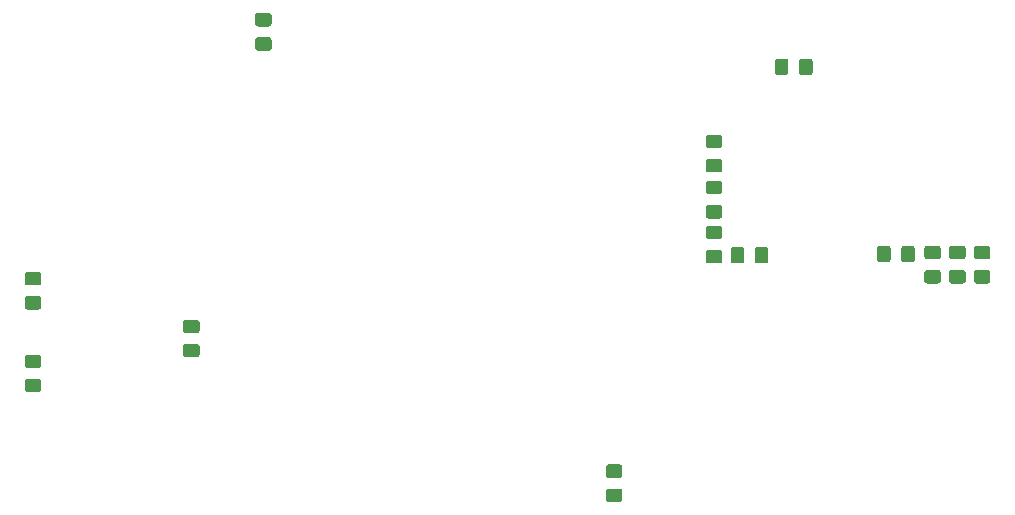
<source format=gbr>
G04 #@! TF.GenerationSoftware,KiCad,Pcbnew,(5.1.5)-3*
G04 #@! TF.CreationDate,2020-02-22T22:02:44-05:00*
G04 #@! TF.ProjectId,Preamplifier,50726561-6d70-46c6-9966-6965722e6b69,rev?*
G04 #@! TF.SameCoordinates,Original*
G04 #@! TF.FileFunction,Paste,Top*
G04 #@! TF.FilePolarity,Positive*
%FSLAX46Y46*%
G04 Gerber Fmt 4.6, Leading zero omitted, Abs format (unit mm)*
G04 Created by KiCad (PCBNEW (5.1.5)-3) date 2020-02-22 22:02:44*
%MOMM*%
%LPD*%
G04 APERTURE LIST*
%ADD10C,0.100000*%
G04 APERTURE END LIST*
D10*
G36*
X75884505Y-73691204D02*
G01*
X75908773Y-73694804D01*
X75932572Y-73700765D01*
X75955671Y-73709030D01*
X75977850Y-73719520D01*
X75998893Y-73732132D01*
X76018599Y-73746747D01*
X76036777Y-73763223D01*
X76053253Y-73781401D01*
X76067868Y-73801107D01*
X76080480Y-73822150D01*
X76090970Y-73844329D01*
X76099235Y-73867428D01*
X76105196Y-73891227D01*
X76108796Y-73915495D01*
X76110000Y-73939999D01*
X76110000Y-74840001D01*
X76108796Y-74864505D01*
X76105196Y-74888773D01*
X76099235Y-74912572D01*
X76090970Y-74935671D01*
X76080480Y-74957850D01*
X76067868Y-74978893D01*
X76053253Y-74998599D01*
X76036777Y-75016777D01*
X76018599Y-75033253D01*
X75998893Y-75047868D01*
X75977850Y-75060480D01*
X75955671Y-75070970D01*
X75932572Y-75079235D01*
X75908773Y-75085196D01*
X75884505Y-75088796D01*
X75860001Y-75090000D01*
X75209999Y-75090000D01*
X75185495Y-75088796D01*
X75161227Y-75085196D01*
X75137428Y-75079235D01*
X75114329Y-75070970D01*
X75092150Y-75060480D01*
X75071107Y-75047868D01*
X75051401Y-75033253D01*
X75033223Y-75016777D01*
X75016747Y-74998599D01*
X75002132Y-74978893D01*
X74989520Y-74957850D01*
X74979030Y-74935671D01*
X74970765Y-74912572D01*
X74964804Y-74888773D01*
X74961204Y-74864505D01*
X74960000Y-74840001D01*
X74960000Y-73939999D01*
X74961204Y-73915495D01*
X74964804Y-73891227D01*
X74970765Y-73867428D01*
X74979030Y-73844329D01*
X74989520Y-73822150D01*
X75002132Y-73801107D01*
X75016747Y-73781401D01*
X75033223Y-73763223D01*
X75051401Y-73746747D01*
X75071107Y-73732132D01*
X75092150Y-73719520D01*
X75114329Y-73709030D01*
X75137428Y-73700765D01*
X75161227Y-73694804D01*
X75185495Y-73691204D01*
X75209999Y-73690000D01*
X75860001Y-73690000D01*
X75884505Y-73691204D01*
G37*
G36*
X77934505Y-73691204D02*
G01*
X77958773Y-73694804D01*
X77982572Y-73700765D01*
X78005671Y-73709030D01*
X78027850Y-73719520D01*
X78048893Y-73732132D01*
X78068599Y-73746747D01*
X78086777Y-73763223D01*
X78103253Y-73781401D01*
X78117868Y-73801107D01*
X78130480Y-73822150D01*
X78140970Y-73844329D01*
X78149235Y-73867428D01*
X78155196Y-73891227D01*
X78158796Y-73915495D01*
X78160000Y-73939999D01*
X78160000Y-74840001D01*
X78158796Y-74864505D01*
X78155196Y-74888773D01*
X78149235Y-74912572D01*
X78140970Y-74935671D01*
X78130480Y-74957850D01*
X78117868Y-74978893D01*
X78103253Y-74998599D01*
X78086777Y-75016777D01*
X78068599Y-75033253D01*
X78048893Y-75047868D01*
X78027850Y-75060480D01*
X78005671Y-75070970D01*
X77982572Y-75079235D01*
X77958773Y-75085196D01*
X77934505Y-75088796D01*
X77910001Y-75090000D01*
X77259999Y-75090000D01*
X77235495Y-75088796D01*
X77211227Y-75085196D01*
X77187428Y-75079235D01*
X77164329Y-75070970D01*
X77142150Y-75060480D01*
X77121107Y-75047868D01*
X77101401Y-75033253D01*
X77083223Y-75016777D01*
X77066747Y-74998599D01*
X77052132Y-74978893D01*
X77039520Y-74957850D01*
X77029030Y-74935671D01*
X77020765Y-74912572D01*
X77014804Y-74888773D01*
X77011204Y-74864505D01*
X77010000Y-74840001D01*
X77010000Y-73939999D01*
X77011204Y-73915495D01*
X77014804Y-73891227D01*
X77020765Y-73867428D01*
X77029030Y-73844329D01*
X77039520Y-73822150D01*
X77052132Y-73801107D01*
X77066747Y-73781401D01*
X77083223Y-73763223D01*
X77101401Y-73746747D01*
X77121107Y-73732132D01*
X77142150Y-73719520D01*
X77164329Y-73709030D01*
X77187428Y-73700765D01*
X77211227Y-73694804D01*
X77235495Y-73691204D01*
X77259999Y-73690000D01*
X77910001Y-73690000D01*
X77934505Y-73691204D01*
G37*
G36*
X63484505Y-73791204D02*
G01*
X63508773Y-73794804D01*
X63532572Y-73800765D01*
X63555671Y-73809030D01*
X63577850Y-73819520D01*
X63598893Y-73832132D01*
X63618599Y-73846747D01*
X63636777Y-73863223D01*
X63653253Y-73881401D01*
X63667868Y-73901107D01*
X63680480Y-73922150D01*
X63690970Y-73944329D01*
X63699235Y-73967428D01*
X63705196Y-73991227D01*
X63708796Y-74015495D01*
X63710000Y-74039999D01*
X63710000Y-74940001D01*
X63708796Y-74964505D01*
X63705196Y-74988773D01*
X63699235Y-75012572D01*
X63690970Y-75035671D01*
X63680480Y-75057850D01*
X63667868Y-75078893D01*
X63653253Y-75098599D01*
X63636777Y-75116777D01*
X63618599Y-75133253D01*
X63598893Y-75147868D01*
X63577850Y-75160480D01*
X63555671Y-75170970D01*
X63532572Y-75179235D01*
X63508773Y-75185196D01*
X63484505Y-75188796D01*
X63460001Y-75190000D01*
X62809999Y-75190000D01*
X62785495Y-75188796D01*
X62761227Y-75185196D01*
X62737428Y-75179235D01*
X62714329Y-75170970D01*
X62692150Y-75160480D01*
X62671107Y-75147868D01*
X62651401Y-75133253D01*
X62633223Y-75116777D01*
X62616747Y-75098599D01*
X62602132Y-75078893D01*
X62589520Y-75057850D01*
X62579030Y-75035671D01*
X62570765Y-75012572D01*
X62564804Y-74988773D01*
X62561204Y-74964505D01*
X62560000Y-74940001D01*
X62560000Y-74039999D01*
X62561204Y-74015495D01*
X62564804Y-73991227D01*
X62570765Y-73967428D01*
X62579030Y-73944329D01*
X62589520Y-73922150D01*
X62602132Y-73901107D01*
X62616747Y-73881401D01*
X62633223Y-73863223D01*
X62651401Y-73846747D01*
X62671107Y-73832132D01*
X62692150Y-73819520D01*
X62714329Y-73809030D01*
X62737428Y-73800765D01*
X62761227Y-73794804D01*
X62785495Y-73791204D01*
X62809999Y-73790000D01*
X63460001Y-73790000D01*
X63484505Y-73791204D01*
G37*
G36*
X65534505Y-73791204D02*
G01*
X65558773Y-73794804D01*
X65582572Y-73800765D01*
X65605671Y-73809030D01*
X65627850Y-73819520D01*
X65648893Y-73832132D01*
X65668599Y-73846747D01*
X65686777Y-73863223D01*
X65703253Y-73881401D01*
X65717868Y-73901107D01*
X65730480Y-73922150D01*
X65740970Y-73944329D01*
X65749235Y-73967428D01*
X65755196Y-73991227D01*
X65758796Y-74015495D01*
X65760000Y-74039999D01*
X65760000Y-74940001D01*
X65758796Y-74964505D01*
X65755196Y-74988773D01*
X65749235Y-75012572D01*
X65740970Y-75035671D01*
X65730480Y-75057850D01*
X65717868Y-75078893D01*
X65703253Y-75098599D01*
X65686777Y-75116777D01*
X65668599Y-75133253D01*
X65648893Y-75147868D01*
X65627850Y-75160480D01*
X65605671Y-75170970D01*
X65582572Y-75179235D01*
X65558773Y-75185196D01*
X65534505Y-75188796D01*
X65510001Y-75190000D01*
X64859999Y-75190000D01*
X64835495Y-75188796D01*
X64811227Y-75185196D01*
X64787428Y-75179235D01*
X64764329Y-75170970D01*
X64742150Y-75160480D01*
X64721107Y-75147868D01*
X64701401Y-75133253D01*
X64683223Y-75116777D01*
X64666747Y-75098599D01*
X64652132Y-75078893D01*
X64639520Y-75057850D01*
X64629030Y-75035671D01*
X64620765Y-75012572D01*
X64614804Y-74988773D01*
X64611204Y-74964505D01*
X64610000Y-74940001D01*
X64610000Y-74039999D01*
X64611204Y-74015495D01*
X64614804Y-73991227D01*
X64620765Y-73967428D01*
X64629030Y-73944329D01*
X64639520Y-73922150D01*
X64652132Y-73901107D01*
X64666747Y-73881401D01*
X64683223Y-73863223D01*
X64701401Y-73846747D01*
X64721107Y-73832132D01*
X64742150Y-73819520D01*
X64764329Y-73809030D01*
X64787428Y-73800765D01*
X64811227Y-73794804D01*
X64835495Y-73791204D01*
X64859999Y-73790000D01*
X65510001Y-73790000D01*
X65534505Y-73791204D01*
G37*
G36*
X3974505Y-75901204D02*
G01*
X3998773Y-75904804D01*
X4022572Y-75910765D01*
X4045671Y-75919030D01*
X4067850Y-75929520D01*
X4088893Y-75942132D01*
X4108599Y-75956747D01*
X4126777Y-75973223D01*
X4143253Y-75991401D01*
X4157868Y-76011107D01*
X4170480Y-76032150D01*
X4180970Y-76054329D01*
X4189235Y-76077428D01*
X4195196Y-76101227D01*
X4198796Y-76125495D01*
X4200000Y-76149999D01*
X4200000Y-76800001D01*
X4198796Y-76824505D01*
X4195196Y-76848773D01*
X4189235Y-76872572D01*
X4180970Y-76895671D01*
X4170480Y-76917850D01*
X4157868Y-76938893D01*
X4143253Y-76958599D01*
X4126777Y-76976777D01*
X4108599Y-76993253D01*
X4088893Y-77007868D01*
X4067850Y-77020480D01*
X4045671Y-77030970D01*
X4022572Y-77039235D01*
X3998773Y-77045196D01*
X3974505Y-77048796D01*
X3950001Y-77050000D01*
X3049999Y-77050000D01*
X3025495Y-77048796D01*
X3001227Y-77045196D01*
X2977428Y-77039235D01*
X2954329Y-77030970D01*
X2932150Y-77020480D01*
X2911107Y-77007868D01*
X2891401Y-76993253D01*
X2873223Y-76976777D01*
X2856747Y-76958599D01*
X2842132Y-76938893D01*
X2829520Y-76917850D01*
X2819030Y-76895671D01*
X2810765Y-76872572D01*
X2804804Y-76848773D01*
X2801204Y-76824505D01*
X2800000Y-76800001D01*
X2800000Y-76149999D01*
X2801204Y-76125495D01*
X2804804Y-76101227D01*
X2810765Y-76077428D01*
X2819030Y-76054329D01*
X2829520Y-76032150D01*
X2842132Y-76011107D01*
X2856747Y-75991401D01*
X2873223Y-75973223D01*
X2891401Y-75956747D01*
X2911107Y-75942132D01*
X2932150Y-75929520D01*
X2954329Y-75919030D01*
X2977428Y-75910765D01*
X3001227Y-75904804D01*
X3025495Y-75901204D01*
X3049999Y-75900000D01*
X3950001Y-75900000D01*
X3974505Y-75901204D01*
G37*
G36*
X3974505Y-77951204D02*
G01*
X3998773Y-77954804D01*
X4022572Y-77960765D01*
X4045671Y-77969030D01*
X4067850Y-77979520D01*
X4088893Y-77992132D01*
X4108599Y-78006747D01*
X4126777Y-78023223D01*
X4143253Y-78041401D01*
X4157868Y-78061107D01*
X4170480Y-78082150D01*
X4180970Y-78104329D01*
X4189235Y-78127428D01*
X4195196Y-78151227D01*
X4198796Y-78175495D01*
X4200000Y-78199999D01*
X4200000Y-78850001D01*
X4198796Y-78874505D01*
X4195196Y-78898773D01*
X4189235Y-78922572D01*
X4180970Y-78945671D01*
X4170480Y-78967850D01*
X4157868Y-78988893D01*
X4143253Y-79008599D01*
X4126777Y-79026777D01*
X4108599Y-79043253D01*
X4088893Y-79057868D01*
X4067850Y-79070480D01*
X4045671Y-79080970D01*
X4022572Y-79089235D01*
X3998773Y-79095196D01*
X3974505Y-79098796D01*
X3950001Y-79100000D01*
X3049999Y-79100000D01*
X3025495Y-79098796D01*
X3001227Y-79095196D01*
X2977428Y-79089235D01*
X2954329Y-79080970D01*
X2932150Y-79070480D01*
X2911107Y-79057868D01*
X2891401Y-79043253D01*
X2873223Y-79026777D01*
X2856747Y-79008599D01*
X2842132Y-78988893D01*
X2829520Y-78967850D01*
X2819030Y-78945671D01*
X2810765Y-78922572D01*
X2804804Y-78898773D01*
X2801204Y-78874505D01*
X2800000Y-78850001D01*
X2800000Y-78199999D01*
X2801204Y-78175495D01*
X2804804Y-78151227D01*
X2810765Y-78127428D01*
X2819030Y-78104329D01*
X2829520Y-78082150D01*
X2842132Y-78061107D01*
X2856747Y-78041401D01*
X2873223Y-78023223D01*
X2891401Y-78006747D01*
X2911107Y-77992132D01*
X2932150Y-77979520D01*
X2954329Y-77969030D01*
X2977428Y-77960765D01*
X3001227Y-77954804D01*
X3025495Y-77951204D01*
X3049999Y-77950000D01*
X3950001Y-77950000D01*
X3974505Y-77951204D01*
G37*
G36*
X3974505Y-84951204D02*
G01*
X3998773Y-84954804D01*
X4022572Y-84960765D01*
X4045671Y-84969030D01*
X4067850Y-84979520D01*
X4088893Y-84992132D01*
X4108599Y-85006747D01*
X4126777Y-85023223D01*
X4143253Y-85041401D01*
X4157868Y-85061107D01*
X4170480Y-85082150D01*
X4180970Y-85104329D01*
X4189235Y-85127428D01*
X4195196Y-85151227D01*
X4198796Y-85175495D01*
X4200000Y-85199999D01*
X4200000Y-85850001D01*
X4198796Y-85874505D01*
X4195196Y-85898773D01*
X4189235Y-85922572D01*
X4180970Y-85945671D01*
X4170480Y-85967850D01*
X4157868Y-85988893D01*
X4143253Y-86008599D01*
X4126777Y-86026777D01*
X4108599Y-86043253D01*
X4088893Y-86057868D01*
X4067850Y-86070480D01*
X4045671Y-86080970D01*
X4022572Y-86089235D01*
X3998773Y-86095196D01*
X3974505Y-86098796D01*
X3950001Y-86100000D01*
X3049999Y-86100000D01*
X3025495Y-86098796D01*
X3001227Y-86095196D01*
X2977428Y-86089235D01*
X2954329Y-86080970D01*
X2932150Y-86070480D01*
X2911107Y-86057868D01*
X2891401Y-86043253D01*
X2873223Y-86026777D01*
X2856747Y-86008599D01*
X2842132Y-85988893D01*
X2829520Y-85967850D01*
X2819030Y-85945671D01*
X2810765Y-85922572D01*
X2804804Y-85898773D01*
X2801204Y-85874505D01*
X2800000Y-85850001D01*
X2800000Y-85199999D01*
X2801204Y-85175495D01*
X2804804Y-85151227D01*
X2810765Y-85127428D01*
X2819030Y-85104329D01*
X2829520Y-85082150D01*
X2842132Y-85061107D01*
X2856747Y-85041401D01*
X2873223Y-85023223D01*
X2891401Y-85006747D01*
X2911107Y-84992132D01*
X2932150Y-84979520D01*
X2954329Y-84969030D01*
X2977428Y-84960765D01*
X3001227Y-84954804D01*
X3025495Y-84951204D01*
X3049999Y-84950000D01*
X3950001Y-84950000D01*
X3974505Y-84951204D01*
G37*
G36*
X3974505Y-82901204D02*
G01*
X3998773Y-82904804D01*
X4022572Y-82910765D01*
X4045671Y-82919030D01*
X4067850Y-82929520D01*
X4088893Y-82942132D01*
X4108599Y-82956747D01*
X4126777Y-82973223D01*
X4143253Y-82991401D01*
X4157868Y-83011107D01*
X4170480Y-83032150D01*
X4180970Y-83054329D01*
X4189235Y-83077428D01*
X4195196Y-83101227D01*
X4198796Y-83125495D01*
X4200000Y-83149999D01*
X4200000Y-83800001D01*
X4198796Y-83824505D01*
X4195196Y-83848773D01*
X4189235Y-83872572D01*
X4180970Y-83895671D01*
X4170480Y-83917850D01*
X4157868Y-83938893D01*
X4143253Y-83958599D01*
X4126777Y-83976777D01*
X4108599Y-83993253D01*
X4088893Y-84007868D01*
X4067850Y-84020480D01*
X4045671Y-84030970D01*
X4022572Y-84039235D01*
X3998773Y-84045196D01*
X3974505Y-84048796D01*
X3950001Y-84050000D01*
X3049999Y-84050000D01*
X3025495Y-84048796D01*
X3001227Y-84045196D01*
X2977428Y-84039235D01*
X2954329Y-84030970D01*
X2932150Y-84020480D01*
X2911107Y-84007868D01*
X2891401Y-83993253D01*
X2873223Y-83976777D01*
X2856747Y-83958599D01*
X2842132Y-83938893D01*
X2829520Y-83917850D01*
X2819030Y-83895671D01*
X2810765Y-83872572D01*
X2804804Y-83848773D01*
X2801204Y-83824505D01*
X2800000Y-83800001D01*
X2800000Y-83149999D01*
X2801204Y-83125495D01*
X2804804Y-83101227D01*
X2810765Y-83077428D01*
X2819030Y-83054329D01*
X2829520Y-83032150D01*
X2842132Y-83011107D01*
X2856747Y-82991401D01*
X2873223Y-82973223D01*
X2891401Y-82956747D01*
X2911107Y-82942132D01*
X2932150Y-82929520D01*
X2954329Y-82919030D01*
X2977428Y-82910765D01*
X3001227Y-82904804D01*
X3025495Y-82901204D01*
X3049999Y-82900000D01*
X3950001Y-82900000D01*
X3974505Y-82901204D01*
G37*
G36*
X17374505Y-82001204D02*
G01*
X17398773Y-82004804D01*
X17422572Y-82010765D01*
X17445671Y-82019030D01*
X17467850Y-82029520D01*
X17488893Y-82042132D01*
X17508599Y-82056747D01*
X17526777Y-82073223D01*
X17543253Y-82091401D01*
X17557868Y-82111107D01*
X17570480Y-82132150D01*
X17580970Y-82154329D01*
X17589235Y-82177428D01*
X17595196Y-82201227D01*
X17598796Y-82225495D01*
X17600000Y-82249999D01*
X17600000Y-82900001D01*
X17598796Y-82924505D01*
X17595196Y-82948773D01*
X17589235Y-82972572D01*
X17580970Y-82995671D01*
X17570480Y-83017850D01*
X17557868Y-83038893D01*
X17543253Y-83058599D01*
X17526777Y-83076777D01*
X17508599Y-83093253D01*
X17488893Y-83107868D01*
X17467850Y-83120480D01*
X17445671Y-83130970D01*
X17422572Y-83139235D01*
X17398773Y-83145196D01*
X17374505Y-83148796D01*
X17350001Y-83150000D01*
X16449999Y-83150000D01*
X16425495Y-83148796D01*
X16401227Y-83145196D01*
X16377428Y-83139235D01*
X16354329Y-83130970D01*
X16332150Y-83120480D01*
X16311107Y-83107868D01*
X16291401Y-83093253D01*
X16273223Y-83076777D01*
X16256747Y-83058599D01*
X16242132Y-83038893D01*
X16229520Y-83017850D01*
X16219030Y-82995671D01*
X16210765Y-82972572D01*
X16204804Y-82948773D01*
X16201204Y-82924505D01*
X16200000Y-82900001D01*
X16200000Y-82249999D01*
X16201204Y-82225495D01*
X16204804Y-82201227D01*
X16210765Y-82177428D01*
X16219030Y-82154329D01*
X16229520Y-82132150D01*
X16242132Y-82111107D01*
X16256747Y-82091401D01*
X16273223Y-82073223D01*
X16291401Y-82056747D01*
X16311107Y-82042132D01*
X16332150Y-82029520D01*
X16354329Y-82019030D01*
X16377428Y-82010765D01*
X16401227Y-82004804D01*
X16425495Y-82001204D01*
X16449999Y-82000000D01*
X17350001Y-82000000D01*
X17374505Y-82001204D01*
G37*
G36*
X17374505Y-79951204D02*
G01*
X17398773Y-79954804D01*
X17422572Y-79960765D01*
X17445671Y-79969030D01*
X17467850Y-79979520D01*
X17488893Y-79992132D01*
X17508599Y-80006747D01*
X17526777Y-80023223D01*
X17543253Y-80041401D01*
X17557868Y-80061107D01*
X17570480Y-80082150D01*
X17580970Y-80104329D01*
X17589235Y-80127428D01*
X17595196Y-80151227D01*
X17598796Y-80175495D01*
X17600000Y-80199999D01*
X17600000Y-80850001D01*
X17598796Y-80874505D01*
X17595196Y-80898773D01*
X17589235Y-80922572D01*
X17580970Y-80945671D01*
X17570480Y-80967850D01*
X17557868Y-80988893D01*
X17543253Y-81008599D01*
X17526777Y-81026777D01*
X17508599Y-81043253D01*
X17488893Y-81057868D01*
X17467850Y-81070480D01*
X17445671Y-81080970D01*
X17422572Y-81089235D01*
X17398773Y-81095196D01*
X17374505Y-81098796D01*
X17350001Y-81100000D01*
X16449999Y-81100000D01*
X16425495Y-81098796D01*
X16401227Y-81095196D01*
X16377428Y-81089235D01*
X16354329Y-81080970D01*
X16332150Y-81070480D01*
X16311107Y-81057868D01*
X16291401Y-81043253D01*
X16273223Y-81026777D01*
X16256747Y-81008599D01*
X16242132Y-80988893D01*
X16229520Y-80967850D01*
X16219030Y-80945671D01*
X16210765Y-80922572D01*
X16204804Y-80898773D01*
X16201204Y-80874505D01*
X16200000Y-80850001D01*
X16200000Y-80199999D01*
X16201204Y-80175495D01*
X16204804Y-80151227D01*
X16210765Y-80127428D01*
X16219030Y-80104329D01*
X16229520Y-80082150D01*
X16242132Y-80061107D01*
X16256747Y-80041401D01*
X16273223Y-80023223D01*
X16291401Y-80006747D01*
X16311107Y-79992132D01*
X16332150Y-79979520D01*
X16354329Y-79969030D01*
X16377428Y-79960765D01*
X16401227Y-79954804D01*
X16425495Y-79951204D01*
X16449999Y-79950000D01*
X17350001Y-79950000D01*
X17374505Y-79951204D01*
G37*
G36*
X23474505Y-56031204D02*
G01*
X23498773Y-56034804D01*
X23522572Y-56040765D01*
X23545671Y-56049030D01*
X23567850Y-56059520D01*
X23588893Y-56072132D01*
X23608599Y-56086747D01*
X23626777Y-56103223D01*
X23643253Y-56121401D01*
X23657868Y-56141107D01*
X23670480Y-56162150D01*
X23680970Y-56184329D01*
X23689235Y-56207428D01*
X23695196Y-56231227D01*
X23698796Y-56255495D01*
X23700000Y-56279999D01*
X23700000Y-56930001D01*
X23698796Y-56954505D01*
X23695196Y-56978773D01*
X23689235Y-57002572D01*
X23680970Y-57025671D01*
X23670480Y-57047850D01*
X23657868Y-57068893D01*
X23643253Y-57088599D01*
X23626777Y-57106777D01*
X23608599Y-57123253D01*
X23588893Y-57137868D01*
X23567850Y-57150480D01*
X23545671Y-57160970D01*
X23522572Y-57169235D01*
X23498773Y-57175196D01*
X23474505Y-57178796D01*
X23450001Y-57180000D01*
X22549999Y-57180000D01*
X22525495Y-57178796D01*
X22501227Y-57175196D01*
X22477428Y-57169235D01*
X22454329Y-57160970D01*
X22432150Y-57150480D01*
X22411107Y-57137868D01*
X22391401Y-57123253D01*
X22373223Y-57106777D01*
X22356747Y-57088599D01*
X22342132Y-57068893D01*
X22329520Y-57047850D01*
X22319030Y-57025671D01*
X22310765Y-57002572D01*
X22304804Y-56978773D01*
X22301204Y-56954505D01*
X22300000Y-56930001D01*
X22300000Y-56279999D01*
X22301204Y-56255495D01*
X22304804Y-56231227D01*
X22310765Y-56207428D01*
X22319030Y-56184329D01*
X22329520Y-56162150D01*
X22342132Y-56141107D01*
X22356747Y-56121401D01*
X22373223Y-56103223D01*
X22391401Y-56086747D01*
X22411107Y-56072132D01*
X22432150Y-56059520D01*
X22454329Y-56049030D01*
X22477428Y-56040765D01*
X22501227Y-56034804D01*
X22525495Y-56031204D01*
X22549999Y-56030000D01*
X23450001Y-56030000D01*
X23474505Y-56031204D01*
G37*
G36*
X23474505Y-53981204D02*
G01*
X23498773Y-53984804D01*
X23522572Y-53990765D01*
X23545671Y-53999030D01*
X23567850Y-54009520D01*
X23588893Y-54022132D01*
X23608599Y-54036747D01*
X23626777Y-54053223D01*
X23643253Y-54071401D01*
X23657868Y-54091107D01*
X23670480Y-54112150D01*
X23680970Y-54134329D01*
X23689235Y-54157428D01*
X23695196Y-54181227D01*
X23698796Y-54205495D01*
X23700000Y-54229999D01*
X23700000Y-54880001D01*
X23698796Y-54904505D01*
X23695196Y-54928773D01*
X23689235Y-54952572D01*
X23680970Y-54975671D01*
X23670480Y-54997850D01*
X23657868Y-55018893D01*
X23643253Y-55038599D01*
X23626777Y-55056777D01*
X23608599Y-55073253D01*
X23588893Y-55087868D01*
X23567850Y-55100480D01*
X23545671Y-55110970D01*
X23522572Y-55119235D01*
X23498773Y-55125196D01*
X23474505Y-55128796D01*
X23450001Y-55130000D01*
X22549999Y-55130000D01*
X22525495Y-55128796D01*
X22501227Y-55125196D01*
X22477428Y-55119235D01*
X22454329Y-55110970D01*
X22432150Y-55100480D01*
X22411107Y-55087868D01*
X22391401Y-55073253D01*
X22373223Y-55056777D01*
X22356747Y-55038599D01*
X22342132Y-55018893D01*
X22329520Y-54997850D01*
X22319030Y-54975671D01*
X22310765Y-54952572D01*
X22304804Y-54928773D01*
X22301204Y-54904505D01*
X22300000Y-54880001D01*
X22300000Y-54229999D01*
X22301204Y-54205495D01*
X22304804Y-54181227D01*
X22310765Y-54157428D01*
X22319030Y-54134329D01*
X22329520Y-54112150D01*
X22342132Y-54091107D01*
X22356747Y-54071401D01*
X22373223Y-54053223D01*
X22391401Y-54036747D01*
X22411107Y-54022132D01*
X22432150Y-54009520D01*
X22454329Y-53999030D01*
X22477428Y-53990765D01*
X22501227Y-53984804D01*
X22525495Y-53981204D01*
X22549999Y-53980000D01*
X23450001Y-53980000D01*
X23474505Y-53981204D01*
G37*
G36*
X61634505Y-74041204D02*
G01*
X61658773Y-74044804D01*
X61682572Y-74050765D01*
X61705671Y-74059030D01*
X61727850Y-74069520D01*
X61748893Y-74082132D01*
X61768599Y-74096747D01*
X61786777Y-74113223D01*
X61803253Y-74131401D01*
X61817868Y-74151107D01*
X61830480Y-74172150D01*
X61840970Y-74194329D01*
X61849235Y-74217428D01*
X61855196Y-74241227D01*
X61858796Y-74265495D01*
X61860000Y-74289999D01*
X61860000Y-74940001D01*
X61858796Y-74964505D01*
X61855196Y-74988773D01*
X61849235Y-75012572D01*
X61840970Y-75035671D01*
X61830480Y-75057850D01*
X61817868Y-75078893D01*
X61803253Y-75098599D01*
X61786777Y-75116777D01*
X61768599Y-75133253D01*
X61748893Y-75147868D01*
X61727850Y-75160480D01*
X61705671Y-75170970D01*
X61682572Y-75179235D01*
X61658773Y-75185196D01*
X61634505Y-75188796D01*
X61610001Y-75190000D01*
X60709999Y-75190000D01*
X60685495Y-75188796D01*
X60661227Y-75185196D01*
X60637428Y-75179235D01*
X60614329Y-75170970D01*
X60592150Y-75160480D01*
X60571107Y-75147868D01*
X60551401Y-75133253D01*
X60533223Y-75116777D01*
X60516747Y-75098599D01*
X60502132Y-75078893D01*
X60489520Y-75057850D01*
X60479030Y-75035671D01*
X60470765Y-75012572D01*
X60464804Y-74988773D01*
X60461204Y-74964505D01*
X60460000Y-74940001D01*
X60460000Y-74289999D01*
X60461204Y-74265495D01*
X60464804Y-74241227D01*
X60470765Y-74217428D01*
X60479030Y-74194329D01*
X60489520Y-74172150D01*
X60502132Y-74151107D01*
X60516747Y-74131401D01*
X60533223Y-74113223D01*
X60551401Y-74096747D01*
X60571107Y-74082132D01*
X60592150Y-74069520D01*
X60614329Y-74059030D01*
X60637428Y-74050765D01*
X60661227Y-74044804D01*
X60685495Y-74041204D01*
X60709999Y-74040000D01*
X61610001Y-74040000D01*
X61634505Y-74041204D01*
G37*
G36*
X61634505Y-71991204D02*
G01*
X61658773Y-71994804D01*
X61682572Y-72000765D01*
X61705671Y-72009030D01*
X61727850Y-72019520D01*
X61748893Y-72032132D01*
X61768599Y-72046747D01*
X61786777Y-72063223D01*
X61803253Y-72081401D01*
X61817868Y-72101107D01*
X61830480Y-72122150D01*
X61840970Y-72144329D01*
X61849235Y-72167428D01*
X61855196Y-72191227D01*
X61858796Y-72215495D01*
X61860000Y-72239999D01*
X61860000Y-72890001D01*
X61858796Y-72914505D01*
X61855196Y-72938773D01*
X61849235Y-72962572D01*
X61840970Y-72985671D01*
X61830480Y-73007850D01*
X61817868Y-73028893D01*
X61803253Y-73048599D01*
X61786777Y-73066777D01*
X61768599Y-73083253D01*
X61748893Y-73097868D01*
X61727850Y-73110480D01*
X61705671Y-73120970D01*
X61682572Y-73129235D01*
X61658773Y-73135196D01*
X61634505Y-73138796D01*
X61610001Y-73140000D01*
X60709999Y-73140000D01*
X60685495Y-73138796D01*
X60661227Y-73135196D01*
X60637428Y-73129235D01*
X60614329Y-73120970D01*
X60592150Y-73110480D01*
X60571107Y-73097868D01*
X60551401Y-73083253D01*
X60533223Y-73066777D01*
X60516747Y-73048599D01*
X60502132Y-73028893D01*
X60489520Y-73007850D01*
X60479030Y-72985671D01*
X60470765Y-72962572D01*
X60464804Y-72938773D01*
X60461204Y-72914505D01*
X60460000Y-72890001D01*
X60460000Y-72239999D01*
X60461204Y-72215495D01*
X60464804Y-72191227D01*
X60470765Y-72167428D01*
X60479030Y-72144329D01*
X60489520Y-72122150D01*
X60502132Y-72101107D01*
X60516747Y-72081401D01*
X60533223Y-72063223D01*
X60551401Y-72046747D01*
X60571107Y-72032132D01*
X60592150Y-72019520D01*
X60614329Y-72009030D01*
X60637428Y-72000765D01*
X60661227Y-71994804D01*
X60685495Y-71991204D01*
X60709999Y-71990000D01*
X61610001Y-71990000D01*
X61634505Y-71991204D01*
G37*
G36*
X53174505Y-94251204D02*
G01*
X53198773Y-94254804D01*
X53222572Y-94260765D01*
X53245671Y-94269030D01*
X53267850Y-94279520D01*
X53288893Y-94292132D01*
X53308599Y-94306747D01*
X53326777Y-94323223D01*
X53343253Y-94341401D01*
X53357868Y-94361107D01*
X53370480Y-94382150D01*
X53380970Y-94404329D01*
X53389235Y-94427428D01*
X53395196Y-94451227D01*
X53398796Y-94475495D01*
X53400000Y-94499999D01*
X53400000Y-95150001D01*
X53398796Y-95174505D01*
X53395196Y-95198773D01*
X53389235Y-95222572D01*
X53380970Y-95245671D01*
X53370480Y-95267850D01*
X53357868Y-95288893D01*
X53343253Y-95308599D01*
X53326777Y-95326777D01*
X53308599Y-95343253D01*
X53288893Y-95357868D01*
X53267850Y-95370480D01*
X53245671Y-95380970D01*
X53222572Y-95389235D01*
X53198773Y-95395196D01*
X53174505Y-95398796D01*
X53150001Y-95400000D01*
X52249999Y-95400000D01*
X52225495Y-95398796D01*
X52201227Y-95395196D01*
X52177428Y-95389235D01*
X52154329Y-95380970D01*
X52132150Y-95370480D01*
X52111107Y-95357868D01*
X52091401Y-95343253D01*
X52073223Y-95326777D01*
X52056747Y-95308599D01*
X52042132Y-95288893D01*
X52029520Y-95267850D01*
X52019030Y-95245671D01*
X52010765Y-95222572D01*
X52004804Y-95198773D01*
X52001204Y-95174505D01*
X52000000Y-95150001D01*
X52000000Y-94499999D01*
X52001204Y-94475495D01*
X52004804Y-94451227D01*
X52010765Y-94427428D01*
X52019030Y-94404329D01*
X52029520Y-94382150D01*
X52042132Y-94361107D01*
X52056747Y-94341401D01*
X52073223Y-94323223D01*
X52091401Y-94306747D01*
X52111107Y-94292132D01*
X52132150Y-94279520D01*
X52154329Y-94269030D01*
X52177428Y-94260765D01*
X52201227Y-94254804D01*
X52225495Y-94251204D01*
X52249999Y-94250000D01*
X53150001Y-94250000D01*
X53174505Y-94251204D01*
G37*
G36*
X53174505Y-92201204D02*
G01*
X53198773Y-92204804D01*
X53222572Y-92210765D01*
X53245671Y-92219030D01*
X53267850Y-92229520D01*
X53288893Y-92242132D01*
X53308599Y-92256747D01*
X53326777Y-92273223D01*
X53343253Y-92291401D01*
X53357868Y-92311107D01*
X53370480Y-92332150D01*
X53380970Y-92354329D01*
X53389235Y-92377428D01*
X53395196Y-92401227D01*
X53398796Y-92425495D01*
X53400000Y-92449999D01*
X53400000Y-93100001D01*
X53398796Y-93124505D01*
X53395196Y-93148773D01*
X53389235Y-93172572D01*
X53380970Y-93195671D01*
X53370480Y-93217850D01*
X53357868Y-93238893D01*
X53343253Y-93258599D01*
X53326777Y-93276777D01*
X53308599Y-93293253D01*
X53288893Y-93307868D01*
X53267850Y-93320480D01*
X53245671Y-93330970D01*
X53222572Y-93339235D01*
X53198773Y-93345196D01*
X53174505Y-93348796D01*
X53150001Y-93350000D01*
X52249999Y-93350000D01*
X52225495Y-93348796D01*
X52201227Y-93345196D01*
X52177428Y-93339235D01*
X52154329Y-93330970D01*
X52132150Y-93320480D01*
X52111107Y-93307868D01*
X52091401Y-93293253D01*
X52073223Y-93276777D01*
X52056747Y-93258599D01*
X52042132Y-93238893D01*
X52029520Y-93217850D01*
X52019030Y-93195671D01*
X52010765Y-93172572D01*
X52004804Y-93148773D01*
X52001204Y-93124505D01*
X52000000Y-93100001D01*
X52000000Y-92449999D01*
X52001204Y-92425495D01*
X52004804Y-92401227D01*
X52010765Y-92377428D01*
X52019030Y-92354329D01*
X52029520Y-92332150D01*
X52042132Y-92311107D01*
X52056747Y-92291401D01*
X52073223Y-92273223D01*
X52091401Y-92256747D01*
X52111107Y-92242132D01*
X52132150Y-92229520D01*
X52154329Y-92219030D01*
X52177428Y-92210765D01*
X52201227Y-92204804D01*
X52225495Y-92201204D01*
X52249999Y-92200000D01*
X53150001Y-92200000D01*
X53174505Y-92201204D01*
G37*
G36*
X61634505Y-64291204D02*
G01*
X61658773Y-64294804D01*
X61682572Y-64300765D01*
X61705671Y-64309030D01*
X61727850Y-64319520D01*
X61748893Y-64332132D01*
X61768599Y-64346747D01*
X61786777Y-64363223D01*
X61803253Y-64381401D01*
X61817868Y-64401107D01*
X61830480Y-64422150D01*
X61840970Y-64444329D01*
X61849235Y-64467428D01*
X61855196Y-64491227D01*
X61858796Y-64515495D01*
X61860000Y-64539999D01*
X61860000Y-65190001D01*
X61858796Y-65214505D01*
X61855196Y-65238773D01*
X61849235Y-65262572D01*
X61840970Y-65285671D01*
X61830480Y-65307850D01*
X61817868Y-65328893D01*
X61803253Y-65348599D01*
X61786777Y-65366777D01*
X61768599Y-65383253D01*
X61748893Y-65397868D01*
X61727850Y-65410480D01*
X61705671Y-65420970D01*
X61682572Y-65429235D01*
X61658773Y-65435196D01*
X61634505Y-65438796D01*
X61610001Y-65440000D01*
X60709999Y-65440000D01*
X60685495Y-65438796D01*
X60661227Y-65435196D01*
X60637428Y-65429235D01*
X60614329Y-65420970D01*
X60592150Y-65410480D01*
X60571107Y-65397868D01*
X60551401Y-65383253D01*
X60533223Y-65366777D01*
X60516747Y-65348599D01*
X60502132Y-65328893D01*
X60489520Y-65307850D01*
X60479030Y-65285671D01*
X60470765Y-65262572D01*
X60464804Y-65238773D01*
X60461204Y-65214505D01*
X60460000Y-65190001D01*
X60460000Y-64539999D01*
X60461204Y-64515495D01*
X60464804Y-64491227D01*
X60470765Y-64467428D01*
X60479030Y-64444329D01*
X60489520Y-64422150D01*
X60502132Y-64401107D01*
X60516747Y-64381401D01*
X60533223Y-64363223D01*
X60551401Y-64346747D01*
X60571107Y-64332132D01*
X60592150Y-64319520D01*
X60614329Y-64309030D01*
X60637428Y-64300765D01*
X60661227Y-64294804D01*
X60685495Y-64291204D01*
X60709999Y-64290000D01*
X61610001Y-64290000D01*
X61634505Y-64291204D01*
G37*
G36*
X61634505Y-66341204D02*
G01*
X61658773Y-66344804D01*
X61682572Y-66350765D01*
X61705671Y-66359030D01*
X61727850Y-66369520D01*
X61748893Y-66382132D01*
X61768599Y-66396747D01*
X61786777Y-66413223D01*
X61803253Y-66431401D01*
X61817868Y-66451107D01*
X61830480Y-66472150D01*
X61840970Y-66494329D01*
X61849235Y-66517428D01*
X61855196Y-66541227D01*
X61858796Y-66565495D01*
X61860000Y-66589999D01*
X61860000Y-67240001D01*
X61858796Y-67264505D01*
X61855196Y-67288773D01*
X61849235Y-67312572D01*
X61840970Y-67335671D01*
X61830480Y-67357850D01*
X61817868Y-67378893D01*
X61803253Y-67398599D01*
X61786777Y-67416777D01*
X61768599Y-67433253D01*
X61748893Y-67447868D01*
X61727850Y-67460480D01*
X61705671Y-67470970D01*
X61682572Y-67479235D01*
X61658773Y-67485196D01*
X61634505Y-67488796D01*
X61610001Y-67490000D01*
X60709999Y-67490000D01*
X60685495Y-67488796D01*
X60661227Y-67485196D01*
X60637428Y-67479235D01*
X60614329Y-67470970D01*
X60592150Y-67460480D01*
X60571107Y-67447868D01*
X60551401Y-67433253D01*
X60533223Y-67416777D01*
X60516747Y-67398599D01*
X60502132Y-67378893D01*
X60489520Y-67357850D01*
X60479030Y-67335671D01*
X60470765Y-67312572D01*
X60464804Y-67288773D01*
X60461204Y-67264505D01*
X60460000Y-67240001D01*
X60460000Y-66589999D01*
X60461204Y-66565495D01*
X60464804Y-66541227D01*
X60470765Y-66517428D01*
X60479030Y-66494329D01*
X60489520Y-66472150D01*
X60502132Y-66451107D01*
X60516747Y-66431401D01*
X60533223Y-66413223D01*
X60551401Y-66396747D01*
X60571107Y-66382132D01*
X60592150Y-66369520D01*
X60614329Y-66359030D01*
X60637428Y-66350765D01*
X60661227Y-66344804D01*
X60685495Y-66341204D01*
X60709999Y-66340000D01*
X61610001Y-66340000D01*
X61634505Y-66341204D01*
G37*
G36*
X61634505Y-68191204D02*
G01*
X61658773Y-68194804D01*
X61682572Y-68200765D01*
X61705671Y-68209030D01*
X61727850Y-68219520D01*
X61748893Y-68232132D01*
X61768599Y-68246747D01*
X61786777Y-68263223D01*
X61803253Y-68281401D01*
X61817868Y-68301107D01*
X61830480Y-68322150D01*
X61840970Y-68344329D01*
X61849235Y-68367428D01*
X61855196Y-68391227D01*
X61858796Y-68415495D01*
X61860000Y-68439999D01*
X61860000Y-69090001D01*
X61858796Y-69114505D01*
X61855196Y-69138773D01*
X61849235Y-69162572D01*
X61840970Y-69185671D01*
X61830480Y-69207850D01*
X61817868Y-69228893D01*
X61803253Y-69248599D01*
X61786777Y-69266777D01*
X61768599Y-69283253D01*
X61748893Y-69297868D01*
X61727850Y-69310480D01*
X61705671Y-69320970D01*
X61682572Y-69329235D01*
X61658773Y-69335196D01*
X61634505Y-69338796D01*
X61610001Y-69340000D01*
X60709999Y-69340000D01*
X60685495Y-69338796D01*
X60661227Y-69335196D01*
X60637428Y-69329235D01*
X60614329Y-69320970D01*
X60592150Y-69310480D01*
X60571107Y-69297868D01*
X60551401Y-69283253D01*
X60533223Y-69266777D01*
X60516747Y-69248599D01*
X60502132Y-69228893D01*
X60489520Y-69207850D01*
X60479030Y-69185671D01*
X60470765Y-69162572D01*
X60464804Y-69138773D01*
X60461204Y-69114505D01*
X60460000Y-69090001D01*
X60460000Y-68439999D01*
X60461204Y-68415495D01*
X60464804Y-68391227D01*
X60470765Y-68367428D01*
X60479030Y-68344329D01*
X60489520Y-68322150D01*
X60502132Y-68301107D01*
X60516747Y-68281401D01*
X60533223Y-68263223D01*
X60551401Y-68246747D01*
X60571107Y-68232132D01*
X60592150Y-68219520D01*
X60614329Y-68209030D01*
X60637428Y-68200765D01*
X60661227Y-68194804D01*
X60685495Y-68191204D01*
X60709999Y-68190000D01*
X61610001Y-68190000D01*
X61634505Y-68191204D01*
G37*
G36*
X61634505Y-70241204D02*
G01*
X61658773Y-70244804D01*
X61682572Y-70250765D01*
X61705671Y-70259030D01*
X61727850Y-70269520D01*
X61748893Y-70282132D01*
X61768599Y-70296747D01*
X61786777Y-70313223D01*
X61803253Y-70331401D01*
X61817868Y-70351107D01*
X61830480Y-70372150D01*
X61840970Y-70394329D01*
X61849235Y-70417428D01*
X61855196Y-70441227D01*
X61858796Y-70465495D01*
X61860000Y-70489999D01*
X61860000Y-71140001D01*
X61858796Y-71164505D01*
X61855196Y-71188773D01*
X61849235Y-71212572D01*
X61840970Y-71235671D01*
X61830480Y-71257850D01*
X61817868Y-71278893D01*
X61803253Y-71298599D01*
X61786777Y-71316777D01*
X61768599Y-71333253D01*
X61748893Y-71347868D01*
X61727850Y-71360480D01*
X61705671Y-71370970D01*
X61682572Y-71379235D01*
X61658773Y-71385196D01*
X61634505Y-71388796D01*
X61610001Y-71390000D01*
X60709999Y-71390000D01*
X60685495Y-71388796D01*
X60661227Y-71385196D01*
X60637428Y-71379235D01*
X60614329Y-71370970D01*
X60592150Y-71360480D01*
X60571107Y-71347868D01*
X60551401Y-71333253D01*
X60533223Y-71316777D01*
X60516747Y-71298599D01*
X60502132Y-71278893D01*
X60489520Y-71257850D01*
X60479030Y-71235671D01*
X60470765Y-71212572D01*
X60464804Y-71188773D01*
X60461204Y-71164505D01*
X60460000Y-71140001D01*
X60460000Y-70489999D01*
X60461204Y-70465495D01*
X60464804Y-70441227D01*
X60470765Y-70417428D01*
X60479030Y-70394329D01*
X60489520Y-70372150D01*
X60502132Y-70351107D01*
X60516747Y-70331401D01*
X60533223Y-70313223D01*
X60551401Y-70296747D01*
X60571107Y-70282132D01*
X60592150Y-70269520D01*
X60614329Y-70259030D01*
X60637428Y-70250765D01*
X60661227Y-70244804D01*
X60685495Y-70241204D01*
X60709999Y-70240000D01*
X61610001Y-70240000D01*
X61634505Y-70241204D01*
G37*
G36*
X82234505Y-73691204D02*
G01*
X82258773Y-73694804D01*
X82282572Y-73700765D01*
X82305671Y-73709030D01*
X82327850Y-73719520D01*
X82348893Y-73732132D01*
X82368599Y-73746747D01*
X82386777Y-73763223D01*
X82403253Y-73781401D01*
X82417868Y-73801107D01*
X82430480Y-73822150D01*
X82440970Y-73844329D01*
X82449235Y-73867428D01*
X82455196Y-73891227D01*
X82458796Y-73915495D01*
X82460000Y-73939999D01*
X82460000Y-74590001D01*
X82458796Y-74614505D01*
X82455196Y-74638773D01*
X82449235Y-74662572D01*
X82440970Y-74685671D01*
X82430480Y-74707850D01*
X82417868Y-74728893D01*
X82403253Y-74748599D01*
X82386777Y-74766777D01*
X82368599Y-74783253D01*
X82348893Y-74797868D01*
X82327850Y-74810480D01*
X82305671Y-74820970D01*
X82282572Y-74829235D01*
X82258773Y-74835196D01*
X82234505Y-74838796D01*
X82210001Y-74840000D01*
X81309999Y-74840000D01*
X81285495Y-74838796D01*
X81261227Y-74835196D01*
X81237428Y-74829235D01*
X81214329Y-74820970D01*
X81192150Y-74810480D01*
X81171107Y-74797868D01*
X81151401Y-74783253D01*
X81133223Y-74766777D01*
X81116747Y-74748599D01*
X81102132Y-74728893D01*
X81089520Y-74707850D01*
X81079030Y-74685671D01*
X81070765Y-74662572D01*
X81064804Y-74638773D01*
X81061204Y-74614505D01*
X81060000Y-74590001D01*
X81060000Y-73939999D01*
X81061204Y-73915495D01*
X81064804Y-73891227D01*
X81070765Y-73867428D01*
X81079030Y-73844329D01*
X81089520Y-73822150D01*
X81102132Y-73801107D01*
X81116747Y-73781401D01*
X81133223Y-73763223D01*
X81151401Y-73746747D01*
X81171107Y-73732132D01*
X81192150Y-73719520D01*
X81214329Y-73709030D01*
X81237428Y-73700765D01*
X81261227Y-73694804D01*
X81285495Y-73691204D01*
X81309999Y-73690000D01*
X82210001Y-73690000D01*
X82234505Y-73691204D01*
G37*
G36*
X82234505Y-75741204D02*
G01*
X82258773Y-75744804D01*
X82282572Y-75750765D01*
X82305671Y-75759030D01*
X82327850Y-75769520D01*
X82348893Y-75782132D01*
X82368599Y-75796747D01*
X82386777Y-75813223D01*
X82403253Y-75831401D01*
X82417868Y-75851107D01*
X82430480Y-75872150D01*
X82440970Y-75894329D01*
X82449235Y-75917428D01*
X82455196Y-75941227D01*
X82458796Y-75965495D01*
X82460000Y-75989999D01*
X82460000Y-76640001D01*
X82458796Y-76664505D01*
X82455196Y-76688773D01*
X82449235Y-76712572D01*
X82440970Y-76735671D01*
X82430480Y-76757850D01*
X82417868Y-76778893D01*
X82403253Y-76798599D01*
X82386777Y-76816777D01*
X82368599Y-76833253D01*
X82348893Y-76847868D01*
X82327850Y-76860480D01*
X82305671Y-76870970D01*
X82282572Y-76879235D01*
X82258773Y-76885196D01*
X82234505Y-76888796D01*
X82210001Y-76890000D01*
X81309999Y-76890000D01*
X81285495Y-76888796D01*
X81261227Y-76885196D01*
X81237428Y-76879235D01*
X81214329Y-76870970D01*
X81192150Y-76860480D01*
X81171107Y-76847868D01*
X81151401Y-76833253D01*
X81133223Y-76816777D01*
X81116747Y-76798599D01*
X81102132Y-76778893D01*
X81089520Y-76757850D01*
X81079030Y-76735671D01*
X81070765Y-76712572D01*
X81064804Y-76688773D01*
X81061204Y-76664505D01*
X81060000Y-76640001D01*
X81060000Y-75989999D01*
X81061204Y-75965495D01*
X81064804Y-75941227D01*
X81070765Y-75917428D01*
X81079030Y-75894329D01*
X81089520Y-75872150D01*
X81102132Y-75851107D01*
X81116747Y-75831401D01*
X81133223Y-75813223D01*
X81151401Y-75796747D01*
X81171107Y-75782132D01*
X81192150Y-75769520D01*
X81214329Y-75759030D01*
X81237428Y-75750765D01*
X81261227Y-75744804D01*
X81285495Y-75741204D01*
X81309999Y-75740000D01*
X82210001Y-75740000D01*
X82234505Y-75741204D01*
G37*
G36*
X84334505Y-75741204D02*
G01*
X84358773Y-75744804D01*
X84382572Y-75750765D01*
X84405671Y-75759030D01*
X84427850Y-75769520D01*
X84448893Y-75782132D01*
X84468599Y-75796747D01*
X84486777Y-75813223D01*
X84503253Y-75831401D01*
X84517868Y-75851107D01*
X84530480Y-75872150D01*
X84540970Y-75894329D01*
X84549235Y-75917428D01*
X84555196Y-75941227D01*
X84558796Y-75965495D01*
X84560000Y-75989999D01*
X84560000Y-76640001D01*
X84558796Y-76664505D01*
X84555196Y-76688773D01*
X84549235Y-76712572D01*
X84540970Y-76735671D01*
X84530480Y-76757850D01*
X84517868Y-76778893D01*
X84503253Y-76798599D01*
X84486777Y-76816777D01*
X84468599Y-76833253D01*
X84448893Y-76847868D01*
X84427850Y-76860480D01*
X84405671Y-76870970D01*
X84382572Y-76879235D01*
X84358773Y-76885196D01*
X84334505Y-76888796D01*
X84310001Y-76890000D01*
X83409999Y-76890000D01*
X83385495Y-76888796D01*
X83361227Y-76885196D01*
X83337428Y-76879235D01*
X83314329Y-76870970D01*
X83292150Y-76860480D01*
X83271107Y-76847868D01*
X83251401Y-76833253D01*
X83233223Y-76816777D01*
X83216747Y-76798599D01*
X83202132Y-76778893D01*
X83189520Y-76757850D01*
X83179030Y-76735671D01*
X83170765Y-76712572D01*
X83164804Y-76688773D01*
X83161204Y-76664505D01*
X83160000Y-76640001D01*
X83160000Y-75989999D01*
X83161204Y-75965495D01*
X83164804Y-75941227D01*
X83170765Y-75917428D01*
X83179030Y-75894329D01*
X83189520Y-75872150D01*
X83202132Y-75851107D01*
X83216747Y-75831401D01*
X83233223Y-75813223D01*
X83251401Y-75796747D01*
X83271107Y-75782132D01*
X83292150Y-75769520D01*
X83314329Y-75759030D01*
X83337428Y-75750765D01*
X83361227Y-75744804D01*
X83385495Y-75741204D01*
X83409999Y-75740000D01*
X84310001Y-75740000D01*
X84334505Y-75741204D01*
G37*
G36*
X84334505Y-73691204D02*
G01*
X84358773Y-73694804D01*
X84382572Y-73700765D01*
X84405671Y-73709030D01*
X84427850Y-73719520D01*
X84448893Y-73732132D01*
X84468599Y-73746747D01*
X84486777Y-73763223D01*
X84503253Y-73781401D01*
X84517868Y-73801107D01*
X84530480Y-73822150D01*
X84540970Y-73844329D01*
X84549235Y-73867428D01*
X84555196Y-73891227D01*
X84558796Y-73915495D01*
X84560000Y-73939999D01*
X84560000Y-74590001D01*
X84558796Y-74614505D01*
X84555196Y-74638773D01*
X84549235Y-74662572D01*
X84540970Y-74685671D01*
X84530480Y-74707850D01*
X84517868Y-74728893D01*
X84503253Y-74748599D01*
X84486777Y-74766777D01*
X84468599Y-74783253D01*
X84448893Y-74797868D01*
X84427850Y-74810480D01*
X84405671Y-74820970D01*
X84382572Y-74829235D01*
X84358773Y-74835196D01*
X84334505Y-74838796D01*
X84310001Y-74840000D01*
X83409999Y-74840000D01*
X83385495Y-74838796D01*
X83361227Y-74835196D01*
X83337428Y-74829235D01*
X83314329Y-74820970D01*
X83292150Y-74810480D01*
X83271107Y-74797868D01*
X83251401Y-74783253D01*
X83233223Y-74766777D01*
X83216747Y-74748599D01*
X83202132Y-74728893D01*
X83189520Y-74707850D01*
X83179030Y-74685671D01*
X83170765Y-74662572D01*
X83164804Y-74638773D01*
X83161204Y-74614505D01*
X83160000Y-74590001D01*
X83160000Y-73939999D01*
X83161204Y-73915495D01*
X83164804Y-73891227D01*
X83170765Y-73867428D01*
X83179030Y-73844329D01*
X83189520Y-73822150D01*
X83202132Y-73801107D01*
X83216747Y-73781401D01*
X83233223Y-73763223D01*
X83251401Y-73746747D01*
X83271107Y-73732132D01*
X83292150Y-73719520D01*
X83314329Y-73709030D01*
X83337428Y-73700765D01*
X83361227Y-73694804D01*
X83385495Y-73691204D01*
X83409999Y-73690000D01*
X84310001Y-73690000D01*
X84334505Y-73691204D01*
G37*
G36*
X80134505Y-73691204D02*
G01*
X80158773Y-73694804D01*
X80182572Y-73700765D01*
X80205671Y-73709030D01*
X80227850Y-73719520D01*
X80248893Y-73732132D01*
X80268599Y-73746747D01*
X80286777Y-73763223D01*
X80303253Y-73781401D01*
X80317868Y-73801107D01*
X80330480Y-73822150D01*
X80340970Y-73844329D01*
X80349235Y-73867428D01*
X80355196Y-73891227D01*
X80358796Y-73915495D01*
X80360000Y-73939999D01*
X80360000Y-74590001D01*
X80358796Y-74614505D01*
X80355196Y-74638773D01*
X80349235Y-74662572D01*
X80340970Y-74685671D01*
X80330480Y-74707850D01*
X80317868Y-74728893D01*
X80303253Y-74748599D01*
X80286777Y-74766777D01*
X80268599Y-74783253D01*
X80248893Y-74797868D01*
X80227850Y-74810480D01*
X80205671Y-74820970D01*
X80182572Y-74829235D01*
X80158773Y-74835196D01*
X80134505Y-74838796D01*
X80110001Y-74840000D01*
X79209999Y-74840000D01*
X79185495Y-74838796D01*
X79161227Y-74835196D01*
X79137428Y-74829235D01*
X79114329Y-74820970D01*
X79092150Y-74810480D01*
X79071107Y-74797868D01*
X79051401Y-74783253D01*
X79033223Y-74766777D01*
X79016747Y-74748599D01*
X79002132Y-74728893D01*
X78989520Y-74707850D01*
X78979030Y-74685671D01*
X78970765Y-74662572D01*
X78964804Y-74638773D01*
X78961204Y-74614505D01*
X78960000Y-74590001D01*
X78960000Y-73939999D01*
X78961204Y-73915495D01*
X78964804Y-73891227D01*
X78970765Y-73867428D01*
X78979030Y-73844329D01*
X78989520Y-73822150D01*
X79002132Y-73801107D01*
X79016747Y-73781401D01*
X79033223Y-73763223D01*
X79051401Y-73746747D01*
X79071107Y-73732132D01*
X79092150Y-73719520D01*
X79114329Y-73709030D01*
X79137428Y-73700765D01*
X79161227Y-73694804D01*
X79185495Y-73691204D01*
X79209999Y-73690000D01*
X80110001Y-73690000D01*
X80134505Y-73691204D01*
G37*
G36*
X80134505Y-75741204D02*
G01*
X80158773Y-75744804D01*
X80182572Y-75750765D01*
X80205671Y-75759030D01*
X80227850Y-75769520D01*
X80248893Y-75782132D01*
X80268599Y-75796747D01*
X80286777Y-75813223D01*
X80303253Y-75831401D01*
X80317868Y-75851107D01*
X80330480Y-75872150D01*
X80340970Y-75894329D01*
X80349235Y-75917428D01*
X80355196Y-75941227D01*
X80358796Y-75965495D01*
X80360000Y-75989999D01*
X80360000Y-76640001D01*
X80358796Y-76664505D01*
X80355196Y-76688773D01*
X80349235Y-76712572D01*
X80340970Y-76735671D01*
X80330480Y-76757850D01*
X80317868Y-76778893D01*
X80303253Y-76798599D01*
X80286777Y-76816777D01*
X80268599Y-76833253D01*
X80248893Y-76847868D01*
X80227850Y-76860480D01*
X80205671Y-76870970D01*
X80182572Y-76879235D01*
X80158773Y-76885196D01*
X80134505Y-76888796D01*
X80110001Y-76890000D01*
X79209999Y-76890000D01*
X79185495Y-76888796D01*
X79161227Y-76885196D01*
X79137428Y-76879235D01*
X79114329Y-76870970D01*
X79092150Y-76860480D01*
X79071107Y-76847868D01*
X79051401Y-76833253D01*
X79033223Y-76816777D01*
X79016747Y-76798599D01*
X79002132Y-76778893D01*
X78989520Y-76757850D01*
X78979030Y-76735671D01*
X78970765Y-76712572D01*
X78964804Y-76688773D01*
X78961204Y-76664505D01*
X78960000Y-76640001D01*
X78960000Y-75989999D01*
X78961204Y-75965495D01*
X78964804Y-75941227D01*
X78970765Y-75917428D01*
X78979030Y-75894329D01*
X78989520Y-75872150D01*
X79002132Y-75851107D01*
X79016747Y-75831401D01*
X79033223Y-75813223D01*
X79051401Y-75796747D01*
X79071107Y-75782132D01*
X79092150Y-75769520D01*
X79114329Y-75759030D01*
X79137428Y-75750765D01*
X79161227Y-75744804D01*
X79185495Y-75741204D01*
X79209999Y-75740000D01*
X80110001Y-75740000D01*
X80134505Y-75741204D01*
G37*
G36*
X67234505Y-57841204D02*
G01*
X67258773Y-57844804D01*
X67282572Y-57850765D01*
X67305671Y-57859030D01*
X67327850Y-57869520D01*
X67348893Y-57882132D01*
X67368599Y-57896747D01*
X67386777Y-57913223D01*
X67403253Y-57931401D01*
X67417868Y-57951107D01*
X67430480Y-57972150D01*
X67440970Y-57994329D01*
X67449235Y-58017428D01*
X67455196Y-58041227D01*
X67458796Y-58065495D01*
X67460000Y-58089999D01*
X67460000Y-58990001D01*
X67458796Y-59014505D01*
X67455196Y-59038773D01*
X67449235Y-59062572D01*
X67440970Y-59085671D01*
X67430480Y-59107850D01*
X67417868Y-59128893D01*
X67403253Y-59148599D01*
X67386777Y-59166777D01*
X67368599Y-59183253D01*
X67348893Y-59197868D01*
X67327850Y-59210480D01*
X67305671Y-59220970D01*
X67282572Y-59229235D01*
X67258773Y-59235196D01*
X67234505Y-59238796D01*
X67210001Y-59240000D01*
X66559999Y-59240000D01*
X66535495Y-59238796D01*
X66511227Y-59235196D01*
X66487428Y-59229235D01*
X66464329Y-59220970D01*
X66442150Y-59210480D01*
X66421107Y-59197868D01*
X66401401Y-59183253D01*
X66383223Y-59166777D01*
X66366747Y-59148599D01*
X66352132Y-59128893D01*
X66339520Y-59107850D01*
X66329030Y-59085671D01*
X66320765Y-59062572D01*
X66314804Y-59038773D01*
X66311204Y-59014505D01*
X66310000Y-58990001D01*
X66310000Y-58089999D01*
X66311204Y-58065495D01*
X66314804Y-58041227D01*
X66320765Y-58017428D01*
X66329030Y-57994329D01*
X66339520Y-57972150D01*
X66352132Y-57951107D01*
X66366747Y-57931401D01*
X66383223Y-57913223D01*
X66401401Y-57896747D01*
X66421107Y-57882132D01*
X66442150Y-57869520D01*
X66464329Y-57859030D01*
X66487428Y-57850765D01*
X66511227Y-57844804D01*
X66535495Y-57841204D01*
X66559999Y-57840000D01*
X67210001Y-57840000D01*
X67234505Y-57841204D01*
G37*
G36*
X69284505Y-57841204D02*
G01*
X69308773Y-57844804D01*
X69332572Y-57850765D01*
X69355671Y-57859030D01*
X69377850Y-57869520D01*
X69398893Y-57882132D01*
X69418599Y-57896747D01*
X69436777Y-57913223D01*
X69453253Y-57931401D01*
X69467868Y-57951107D01*
X69480480Y-57972150D01*
X69490970Y-57994329D01*
X69499235Y-58017428D01*
X69505196Y-58041227D01*
X69508796Y-58065495D01*
X69510000Y-58089999D01*
X69510000Y-58990001D01*
X69508796Y-59014505D01*
X69505196Y-59038773D01*
X69499235Y-59062572D01*
X69490970Y-59085671D01*
X69480480Y-59107850D01*
X69467868Y-59128893D01*
X69453253Y-59148599D01*
X69436777Y-59166777D01*
X69418599Y-59183253D01*
X69398893Y-59197868D01*
X69377850Y-59210480D01*
X69355671Y-59220970D01*
X69332572Y-59229235D01*
X69308773Y-59235196D01*
X69284505Y-59238796D01*
X69260001Y-59240000D01*
X68609999Y-59240000D01*
X68585495Y-59238796D01*
X68561227Y-59235196D01*
X68537428Y-59229235D01*
X68514329Y-59220970D01*
X68492150Y-59210480D01*
X68471107Y-59197868D01*
X68451401Y-59183253D01*
X68433223Y-59166777D01*
X68416747Y-59148599D01*
X68402132Y-59128893D01*
X68389520Y-59107850D01*
X68379030Y-59085671D01*
X68370765Y-59062572D01*
X68364804Y-59038773D01*
X68361204Y-59014505D01*
X68360000Y-58990001D01*
X68360000Y-58089999D01*
X68361204Y-58065495D01*
X68364804Y-58041227D01*
X68370765Y-58017428D01*
X68379030Y-57994329D01*
X68389520Y-57972150D01*
X68402132Y-57951107D01*
X68416747Y-57931401D01*
X68433223Y-57913223D01*
X68451401Y-57896747D01*
X68471107Y-57882132D01*
X68492150Y-57869520D01*
X68514329Y-57859030D01*
X68537428Y-57850765D01*
X68561227Y-57844804D01*
X68585495Y-57841204D01*
X68609999Y-57840000D01*
X69260001Y-57840000D01*
X69284505Y-57841204D01*
G37*
M02*

</source>
